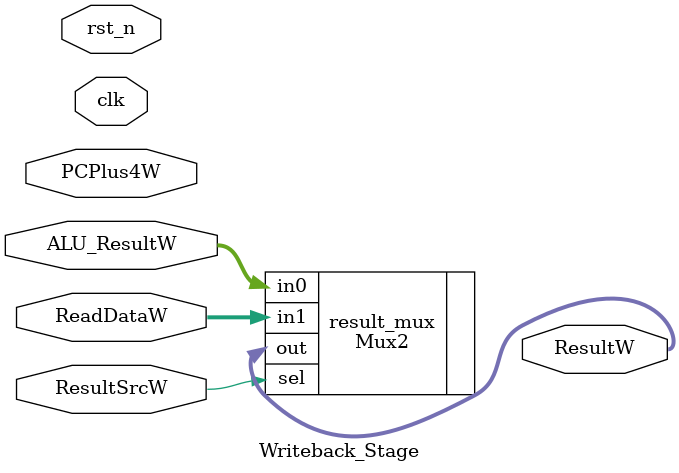
<source format=v>
module Writeback_Stage(clk, rst_n, ResultSrcW, PCPlus4W, ALU_ResultW, ReadDataW, ResultW);

// Declaration of IOs
input clk, rst_n, ResultSrcW;
input [31:0] PCPlus4W, ALU_ResultW, ReadDataW;

output [31:0] ResultW;

// Declaration of Module (sử dụng Mux2 có sẵn)
Mux2 result_mux (    
                .in0(ALU_ResultW),
                .in1(ReadDataW),
                .sel(ResultSrcW),
                .out(ResultW)
                );
endmodule
</source>
